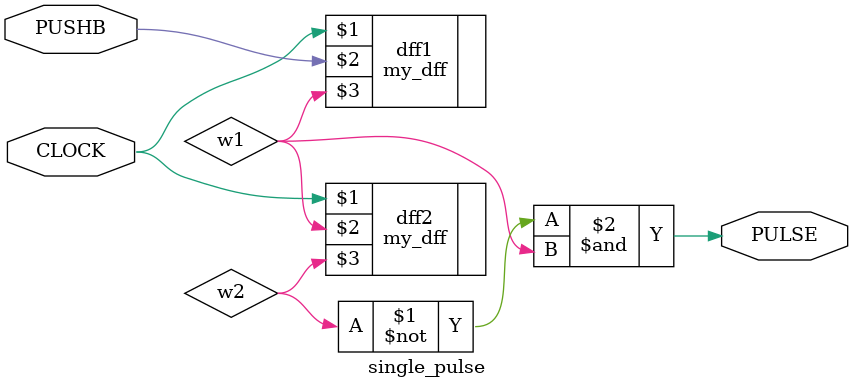
<source format=v>
`timescale 1ns / 1ps


module single_pulse(
    input PUSHB,
    input CLOCK,
    output PULSE
    );
    
    my_dff dff1 (CLOCK,PUSHB,w1);
    my_dff dff2 (CLOCK,w1,w2);
    assign PULSE = ~w2 & w1; 
endmodule

</source>
